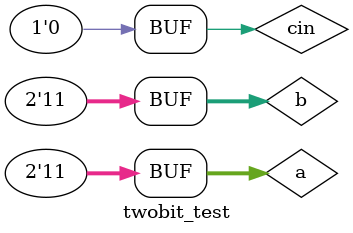
<source format=v>
`timescale 1ns / 1ps


module twobit_test;

	// Inputs
	reg [1:0] a;
	reg [1:0] b;
	reg cin;

	// Outputs
	wire [1:0] sum;
	wire carry;

	// Instantiate the Unit Under Test (UUT)
	twobitadder uut (
		.a(a), 
		.b(b), 
		.cin(cin), 
		.sum(sum), 
		.carry(carry)
	);

	initial begin
		// Initialize Inputs
		a = 0;
		b = 0;
		cin = 0;

		// Wait 100 ns for global reset to finish
		#100;
		
		#10
		a = 2'b00;
		b = 2'b01;
		
		#10
		a = 2'b01;
		b = 2'b10;
		
		#10
		a = 2'b10;
		b = 2'b11;
		
		#10
		a = 2'b11;
		b = 2'b11;
		// Add stimulus here

	end
      
endmodule


</source>
